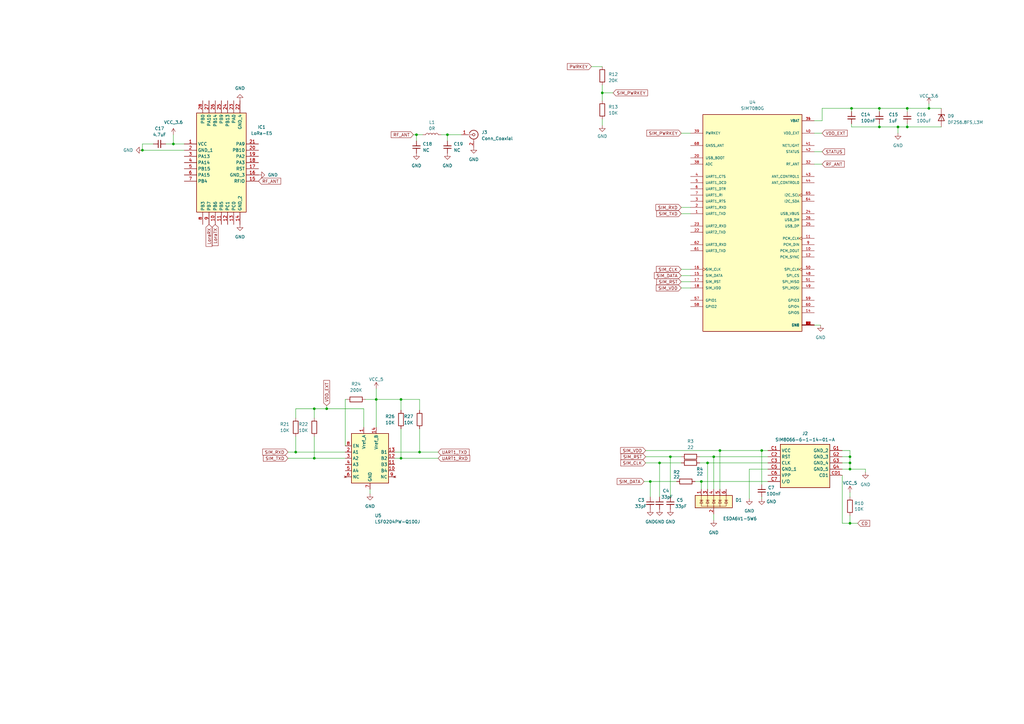
<source format=kicad_sch>
(kicad_sch (version 20230121) (generator eeschema)
  (paper "A3")
  (lib_symbols
    (symbol "Connector:Conn_Coaxial" (pin_names (offset 1.016) hide)
      (property "Reference" "J" (at 0.254 3.048 0))
      (property "Value" "Conn_Coaxial" (at 2.921 0 90))
      (symbol "Conn_Coaxial_0_1"
        (arc (start -1.778 -0.508) (mid 0.2311 -1.8066) (end 1.778 0) (stroke (width 0.254)))
        (polyline (pts (xy -2.54 0) (xy -0.508 0)))
        (polyline (pts (xy 0 -2.54) (xy 0 -1.778)))
        (circle (center 0 0) (radius 0.508) (stroke (width 0.2032)))
        (arc (start 1.778 0) (mid 0.2099 1.8101) (end -1.778 0.508) (stroke (width 0.254)))
      )
      (symbol "Conn_Coaxial_1_1"
        (pin passive line (at -5.08 0 0) (length 2.54) (name "In") (number "1"))
        (pin passive line (at 0 -5.08 90) (length 2.54) (name "Ext") (number "2"))
      )
    )
    (symbol "Device:C_Small" (pin_numbers hide) (pin_names (offset 0.254) hide)
      (property "Reference" "C" (at 0.254 1.778 0))
      (property "Value" "C_Small" (at 0.254 -2.032 0))
      (symbol "C_Small_0_1"
        (polyline (pts (xy -1.524 -0.508) (xy 1.524 -0.508)) (stroke (width 0.3302)))
        (polyline (pts (xy -1.524 0.508) (xy 1.524 0.508)) (stroke (width 0.3048)))
      )
      (symbol "C_Small_1_1"
        (pin passive line (at 0 2.54 270) (length 2.032) (name "~") (number "1"))
        (pin passive line (at 0 -2.54 90) (length 2.032) (name "~") (number "2"))
      )
    )
    (symbol "Device:D_Zener" (pin_numbers hide) (pin_names (offset 1.016) hide)
      (property "Reference" "D" (at 0 2.54 0))
      (property "Value" "D_Zener" (at 0 -2.54 0))
      (symbol "D_Zener_0_1"
        (polyline (pts (xy 1.27 0) (xy -1.27 0)))
        (polyline (pts (xy -1.27 -1.27) (xy -1.27 1.27) (xy -0.762 1.27)) (stroke (width 0.254)))
        (polyline (pts (xy 1.27 -1.27) (xy 1.27 1.27) (xy -1.27 0) (xy 1.27 -1.27)) (stroke (width 0.254)))
      )
      (symbol "D_Zener_1_1"
        (pin passive line (at -3.81 0 0) (length 2.54) (name "K") (number "1"))
        (pin passive line (at 3.81 0 180) (length 2.54) (name "A") (number "2"))
      )
    )
    (symbol "Device:L" (pin_numbers hide) (pin_names (offset 1.016) hide)
      (property "Reference" "L" (at -1.27 0 90))
      (property "Value" "L" (at 1.905 0 90))
      (symbol "L_0_1"
        (arc (start 0 -2.54) (mid 0.6323 -1.905) (end 0 -1.27))
        (arc (start 0 -1.27) (mid 0.6323 -0.635) (end 0 0))
        (arc (start 0 0) (mid 0.6323 0.635) (end 0 1.27))
        (arc (start 0 1.27) (mid 0.6323 1.905) (end 0 2.54))
      )
      (symbol "L_1_1"
        (pin passive line (at 0 3.81 270) (length 1.27) (name "1") (number "1"))
        (pin passive line (at 0 -3.81 90) (length 1.27) (name "2") (number "2"))
      )
    )
    (symbol "Device:R" (pin_numbers hide) (pin_names (offset 0))
      (property "Reference" "R" (at 2.032 0 90))
      (property "Value" "R" (at 0 0 90))
      (symbol "R_0_1"
        (rectangle (start -1.016 -2.54) (end 1.016 2.54) (stroke (width 0.254)))
      )
      (symbol "R_1_1"
        (pin passive line (at 0 3.81 270) (length 1.27) (name "~") (number "1"))
        (pin passive line (at 0 -3.81 90) (length 1.27) (name "~") (number "2"))
      )
    )
    (symbol "ESDA6V1-5SC6_1" (pin_names hide)
      (property "Reference" "D" (at -5.08 -3.81 0))
      (property "Value" "ESDA6V1-5SC6" (at 2.54 -3.81 0))
      (symbol "ESDA6V1-5SC6_1_0_0"
        (pin passive line (at 0 -5.08 90) (length 2.54) (name "GND") (number "2"))
      )
      (symbol "ESDA6V1-5SC6_1_0_1"
        (rectangle (start -7.62 2.54) (end 7.62 -2.54) (stroke (width 0.254)) (fill (type background)))
        (circle (center -2.54 -1.905) (radius 0.127))
        (circle (center 0 -1.905) (radius 0.127))
        (polyline (pts (xy -2.54 2.54) (xy -2.54 -1.905)))
        (polyline (pts (xy 0 2.54) (xy 0 -2.54)))
        (polyline (pts (xy 2.54 2.54) (xy 2.54 -1.905)))
        (polyline (pts (xy -5.715 0.635) (xy -4.445 0.635) (xy -4.445 0.381)))
        (polyline (pts (xy -3.175 0.635) (xy -1.905 0.635) (xy -1.905 0.381)))
        (polyline (pts (xy -0.635 0.635) (xy 0.635 0.635) (xy 0.635 0.381)))
        (polyline (pts (xy 1.905 0.635) (xy 3.175 0.635) (xy 3.175 0.381)))
        (polyline (pts (xy 4.445 0.635) (xy 5.715 0.635) (xy 5.715 0.381)))
        (polyline (pts (xy -5.715 -0.635) (xy -4.445 -0.635) (xy -5.08 0.635) (xy -5.715 -0.635)))
        (polyline (pts (xy -5.08 2.54) (xy -5.08 -1.905) (xy 5.08 -1.905) (xy 5.08 2.54)))
        (polyline (pts (xy -3.175 -0.635) (xy -1.905 -0.635) (xy -2.54 0.635) (xy -3.175 -0.635)))
        (polyline (pts (xy -0.635 -0.635) (xy 0.635 -0.635) (xy 0 0.635) (xy -0.635 -0.635)))
        (polyline (pts (xy 1.905 -0.635) (xy 3.175 -0.635) (xy 2.54 0.635) (xy 1.905 -0.635)))
        (polyline (pts (xy 4.445 -0.635) (xy 5.715 -0.635) (xy 5.08 0.635) (xy 4.445 -0.635)))
        (circle (center 2.54 -1.905) (radius 0.127))
      )
      (symbol "ESDA6V1-5SC6_1_1_1"
        (pin passive line (at -5.08 5.08 270) (length 2.54) (name "IO1") (number "1"))
        (pin passive line (at -2.54 5.08 270) (length 2.54) (name "IO2") (number "3"))
        (pin passive line (at 0 5.08 270) (length 2.54) (name "IO3") (number "4"))
        (pin passive line (at 2.54 5.08 270) (length 2.54) (name "IO4") (number "5"))
        (pin passive line (at 5.08 5.08 270) (length 2.54) (name "IO5") (number "6"))
      )
    )
    (symbol "LSF:LSF0108_PW"
      (property "Reference" "U5" (at 1.9559 -18.415 0))
      (property "Value" "LSF0204PW-Q100J" (at 1.9559 -20.955 0))
      (symbol "LSF0108_PW_0_1"
        (rectangle (start -7.62 15.24) (end 7.62 -5.08) (stroke (width 0.254)) (fill (type background)))
      )
      (symbol "LSF0108_PW_1_1"
        (pin power_in line (at -2.54 17.78 270) (length 2.54) (name "Vref_A") (number "1"))
        (pin bidirectional line (at 10.16 0 180) (length 2.54) (name "B4") (number "10"))
        (pin bidirectional line (at 10.16 2.54 180) (length 2.54) (name "B3") (number "11"))
        (pin bidirectional line (at 10.16 5.08 180) (length 2.54) (name "B2") (number "12"))
        (pin bidirectional line (at 10.16 7.62 180) (length 2.54) (name "B1") (number "13"))
        (pin power_in line (at 2.54 17.78 270) (length 2.54) (name "Vref_B") (number "14"))
        (pin bidirectional line (at -10.16 7.62 0) (length 2.54) (name "A1") (number "2"))
        (pin bidirectional line (at -10.16 5.08 0) (length 2.54) (name "A2") (number "3"))
        (pin bidirectional line (at -10.16 2.54 0) (length 2.54) (name "A3") (number "4"))
        (pin bidirectional line (at -10.16 0 0) (length 2.54) (name "A4") (number "5"))
        (pin no_connect line (at -10.16 -2.54 0) (length 2.54) (name "NC") (number "6"))
        (pin power_in line (at 0 -7.62 90) (length 2.54) (name "GND") (number "7"))
        (pin input line (at -10.16 10.16 0) (length 2.54) (name "EN") (number "8"))
        (pin no_connect line (at 10.16 -2.54 180) (length 2.54) (name "NC") (number "9"))
      )
    )
    (symbol "SIM7080G:SIM7080G" (pin_names (offset 1.016))
      (property "Reference" "U" (at -20.066 44.196 0))
      (property "Value" "SIM7080G" (at -20.066 -46.736 0))
      (symbol "SIM7080G_0_0"
        (rectangle (start -20.32 -45.72) (end 20.32 43.18) (stroke (width 0.254)) (fill (type background)))
        (pin output line (at -25.4 2.54 0) (length 5.08) (name "UART1_TXD") (number "1"))
        (pin output line (at 25.4 -12.7 180) (length 5.08) (name "PCM_DOUT") (number "10"))
        (pin output clock (at 25.4 -7.62 180) (length 5.08) (name "PCM_CLK") (number "11"))
        (pin output line (at 25.4 -15.24 180) (length 5.08) (name "PCM_SYNC") (number "12"))
        (pin power_in line (at 25.4 -43.18 180) (length 5.08) (name "GND") (number "13"))
        (pin bidirectional line (at 25.4 -38.1 180) (length 5.08) (name "GPIO5") (number "14"))
        (pin bidirectional line (at -25.4 -22.86 0) (length 5.08) (name "SIM_DATA") (number "15"))
        (pin output clock (at -25.4 -20.32 0) (length 5.08) (name "SIM_CLK") (number "16"))
        (pin output line (at -25.4 -25.4 0) (length 5.08) (name "SIM_RST") (number "17"))
        (pin output line (at -25.4 -27.94 0) (length 5.08) (name "SIM_VDD") (number "18"))
        (pin power_in line (at 25.4 -43.18 180) (length 5.08) (name "GND") (number "19"))
        (pin input line (at -25.4 5.08 0) (length 5.08) (name "UART1_RXD") (number "2"))
        (pin input line (at -25.4 25.4 0) (length 5.08) (name "USB_BOOT") (number "20"))
        (pin power_in line (at 25.4 -43.18 180) (length 5.08) (name "GND") (number "21"))
        (pin output line (at -25.4 -5.08 0) (length 5.08) (name "UART2_TXD") (number "22"))
        (pin input line (at -25.4 -2.54 0) (length 5.08) (name "UART2_RXD") (number "23"))
        (pin input line (at 25.4 2.54 180) (length 5.08) (name "USB_VBUS") (number "24"))
        (pin bidirectional line (at 25.4 -2.54 180) (length 5.08) (name "USB_DP") (number "25"))
        (pin bidirectional line (at 25.4 0 180) (length 5.08) (name "USB_DM") (number "26"))
        (pin power_in line (at 25.4 -43.18 180) (length 5.08) (name "GND") (number "27"))
        (pin input line (at -25.4 7.62 0) (length 5.08) (name "UART1_RTS") (number "3"))
        (pin power_in line (at 25.4 -43.18 180) (length 5.08) (name "GND") (number "30"))
        (pin power_in line (at 25.4 -43.18 180) (length 5.08) (name "GND") (number "31"))
        (pin bidirectional line (at 25.4 22.86 180) (length 5.08) (name "RF_ANT") (number "32"))
        (pin power_in line (at 25.4 -43.18 180) (length 5.08) (name "GND") (number "33"))
        (pin power_in line (at 25.4 40.64 180) (length 5.08) (name "VBAT") (number "34"))
        (pin power_in line (at 25.4 40.64 180) (length 5.08) (name "VBAT") (number "35"))
        (pin power_in line (at 25.4 -43.18 180) (length 5.08) (name "GND") (number "36"))
        (pin power_in line (at 25.4 -43.18 180) (length 5.08) (name "GND") (number "37"))
        (pin input line (at -25.4 22.86 0) (length 5.08) (name "ADC") (number "38"))
        (pin input line (at -25.4 35.56 0) (length 5.08) (name "PWRKEY") (number "39"))
        (pin output line (at -25.4 17.78 0) (length 5.08) (name "UART1_CTS") (number "4"))
        (pin output line (at 25.4 35.56 180) (length 5.08) (name "VDD_EXT") (number "40"))
        (pin output line (at 25.4 30.48 180) (length 5.08) (name "NETLIGHT") (number "41"))
        (pin output line (at 25.4 27.94 180) (length 5.08) (name "STATUS") (number "42"))
        (pin bidirectional line (at 25.4 17.78 180) (length 5.08) (name "ANT_CONTROL1") (number "43"))
        (pin output line (at 25.4 15.24 180) (length 5.08) (name "ANT_CONTROL0") (number "44"))
        (pin power_in line (at 25.4 -43.18 180) (length 5.08) (name "GND") (number "45"))
        (pin output line (at 25.4 -22.86 180) (length 5.08) (name "SPI_CS") (number "48"))
        (pin output line (at 25.4 -27.94 180) (length 5.08) (name "SPI_MOSI") (number "49"))
        (pin output line (at -25.4 15.24 0) (length 5.08) (name "UART1_DCD") (number "5"))
        (pin output clock (at 25.4 -20.32 180) (length 5.08) (name "SPI_CLK") (number "50"))
        (pin input line (at 25.4 -25.4 180) (length 5.08) (name "SPI_MISO") (number "51"))
        (pin bidirectional line (at -25.4 -33.02 0) (length 5.08) (name "GPIO1") (number "57"))
        (pin bidirectional line (at -25.4 -35.56 0) (length 5.08) (name "GPIO2") (number "58"))
        (pin bidirectional line (at 25.4 -33.02 180) (length 5.08) (name "GPIO3") (number "59"))
        (pin input line (at -25.4 12.7 0) (length 5.08) (name "UART1_DTR") (number "6"))
        (pin bidirectional line (at 25.4 -35.56 180) (length 5.08) (name "GPIO4") (number "60"))
        (pin output line (at -25.4 -12.7 0) (length 5.08) (name "UART3_TXD") (number "61"))
        (pin input line (at -25.4 -10.16 0) (length 5.08) (name "UART3_RXD") (number "62"))
        (pin power_in line (at 25.4 -43.18 180) (length 5.08) (name "GND") (number "63"))
        (pin bidirectional line (at 25.4 7.62 180) (length 5.08) (name "I2C_SDA") (number "64"))
        (pin output clock (at 25.4 10.16 180) (length 5.08) (name "I2C_SCL") (number "65"))
        (pin power_in line (at 25.4 -43.18 180) (length 5.08) (name "GND") (number "66"))
        (pin power_in line (at 25.4 -43.18 180) (length 5.08) (name "GND") (number "67"))
        (pin input line (at -25.4 30.48 0) (length 5.08) (name "GNSS_ANT") (number "68"))
        (pin power_in line (at 25.4 -43.18 180) (length 5.08) (name "GND") (number "69"))
        (pin output line (at -25.4 10.16 0) (length 5.08) (name "UART1_RI") (number "7"))
        (pin power_in line (at 25.4 -43.18 180) (length 5.08) (name "GND") (number "70"))
        (pin power_in line (at 25.4 -43.18 180) (length 5.08) (name "GND") (number "71"))
        (pin power_in line (at 25.4 -43.18 180) (length 5.08) (name "GND") (number "72"))
        (pin power_in line (at 25.4 -43.18 180) (length 5.08) (name "GND") (number "73"))
        (pin power_in line (at 25.4 -43.18 180) (length 5.08) (name "GND") (number "74"))
        (pin power_in line (at 25.4 -43.18 180) (length 5.08) (name "GND") (number "75"))
        (pin power_in line (at 25.4 -43.18 180) (length 5.08) (name "GND") (number "76"))
        (pin power_in line (at 25.4 -43.18 180) (length 5.08) (name "GND") (number "77"))
        (pin power_in line (at 25.4 -43.18 180) (length 5.08) (name "GND") (number "8"))
        (pin input line (at 25.4 -10.16 180) (length 5.08) (name "PCM_DIN") (number "9"))
      )
    )
    (symbol "SIM8066-6-1-14-01-A:SIM8066-6-1-14-01-A"
      (property "Reference" "J" (at 26.67 7.62 0))
      (property "Value" "SIM8066-6-1-14-01-A" (at 26.67 5.08 0))
      (symbol "SIM8066-6-1-14-01-A_1_1"
        (rectangle (start 5.08 2.54) (end 25.4 -15.24) (stroke (width 0.254)) (fill (type background)))
        (pin passive line (at 0 0 0) (length 5.08) (name "VCC") (number "C1"))
        (pin passive line (at 0 -2.54 0) (length 5.08) (name "RST") (number "C2"))
        (pin passive line (at 0 -5.08 0) (length 5.08) (name "CLK") (number "C3"))
        (pin passive line (at 0 -7.62 0) (length 5.08) (name "GND_1") (number "C5"))
        (pin passive line (at 0 -10.16 0) (length 5.08) (name "VPP") (number "C6"))
        (pin passive line (at 0 -12.7 0) (length 5.08) (name "I/O") (number "C7"))
        (pin passive line (at 30.48 -10.16 180) (length 5.08) (name "CD1") (number "CD1"))
        (pin passive line (at 30.48 0 180) (length 5.08) (name "GND_2") (number "G1"))
        (pin passive line (at 30.48 -2.54 180) (length 5.08) (name "GND_3") (number "G2"))
        (pin passive line (at 30.48 -5.08 180) (length 5.08) (name "GND_4") (number "G3"))
        (pin passive line (at 30.48 -7.62 180) (length 5.08) (name "GND_5") (number "G4"))
      )
    )
    (symbol "SamacSys_Parts:LoRa-E5"
      (property "Reference" "IC" (at 26.67 17.78 0))
      (property "Value" "LoRa-E5" (at 26.67 15.24 0))
      (symbol "LoRa-E5_1_1"
        (rectangle (start 5.08 12.7) (end 25.4 -27.94) (stroke (width 0.254)) (fill (type background)))
        (pin passive line (at 0 0 0) (length 5.08) (name "VCC") (number "1"))
        (pin passive line (at 12.7 -33.02 90) (length 5.08) (name "PB6") (number "10"))
        (pin passive line (at 15.24 -33.02 90) (length 5.08) (name "PB5") (number "11"))
        (pin passive line (at 17.78 -33.02 90) (length 5.08) (name "PC1") (number "12"))
        (pin passive line (at 20.32 -33.02 90) (length 5.08) (name "PC0") (number "13"))
        (pin passive line (at 22.86 -33.02 90) (length 5.08) (name "GND_2") (number "14"))
        (pin passive line (at 30.48 -15.24 180) (length 5.08) (name "RFIO") (number "15"))
        (pin passive line (at 30.48 -12.7 180) (length 5.08) (name "GND_3") (number "16"))
        (pin passive line (at 30.48 -10.16 180) (length 5.08) (name "RST") (number "17"))
        (pin passive line (at 30.48 -7.62 180) (length 5.08) (name "PA3") (number "18"))
        (pin passive line (at 30.48 -5.08 180) (length 5.08) (name "PA2") (number "19"))
        (pin passive line (at 0 -2.54 0) (length 5.08) (name "GND_1") (number "2"))
        (pin passive line (at 30.48 -2.54 180) (length 5.08) (name "PB10") (number "20"))
        (pin passive line (at 30.48 0 180) (length 5.08) (name "PA9") (number "21"))
        (pin passive line (at 22.86 17.78 270) (length 5.08) (name "GND_4") (number "22"))
        (pin passive line (at 20.32 17.78 270) (length 5.08) (name "PA0") (number "23"))
        (pin passive line (at 17.78 17.78 270) (length 5.08) (name "PB13") (number "24"))
        (pin passive line (at 15.24 17.78 270) (length 5.08) (name "PB9") (number "25"))
        (pin passive line (at 12.7 17.78 270) (length 5.08) (name "PB14") (number "26"))
        (pin passive line (at 10.16 17.78 270) (length 5.08) (name "PA10") (number "27"))
        (pin passive line (at 7.62 17.78 270) (length 5.08) (name "PB0") (number "28"))
        (pin passive line (at 0 -5.08 0) (length 5.08) (name "PA13") (number "3"))
        (pin passive line (at 0 -7.62 0) (length 5.08) (name "PA14") (number "4"))
        (pin passive line (at 0 -10.16 0) (length 5.08) (name "PB15") (number "5"))
        (pin passive line (at 0 -12.7 0) (length 5.08) (name "PA15") (number "6"))
        (pin passive line (at 0 -15.24 0) (length 5.08) (name "PB4") (number "7"))
        (pin passive line (at 7.62 -33.02 90) (length 5.08) (name "PB3") (number "8"))
        (pin passive line (at 10.16 -33.02 90) (length 5.08) (name "PB7") (number "9"))
      )
    )
    (symbol "VCC_2" (power) (pin_names (offset 0))
      (property "Value" "+5V" (at 0 3.81 0))
      (symbol "VCC_2_0_1"
        (polyline (pts (xy -0.762 1.27) (xy 0 2.54)))
        (polyline (pts (xy 0 0) (xy 0 2.54)))
        (polyline (pts (xy 0 2.54) (xy 0.762 1.27)))
      )
      (symbol "VCC_2_1_1"
        (pin power_in line (at 0 0 90) (length 0) hide (name "VCC_5") (number "2"))
      )
    )
    (symbol "power:GND" (power) (pin_names (offset 0))
      (property "Value" "GND" (at 0 -3.81 0))
      (symbol "GND_0_1"
        (polyline (pts (xy 0 0) (xy 0 -1.27) (xy 1.27 -1.27) (xy 0 -2.54) (xy -1.27 -1.27) (xy 0 -1.27)))
      )
      (symbol "GND_1_1"
        (pin power_in line (at 0 0 270) (length 0) hide (name "GND") (number "1"))
      )
    )
    (symbol "power:VCC" (power) (pin_names (offset 0))
      (property "Value" "+3.6V" (at -3.81 -2.54 90))
      (symbol "VCC_0_1"
        (polyline (pts (xy -0.762 1.27) (xy 0 2.54)))
        (polyline (pts (xy 0 0) (xy 0 2.54)))
        (polyline (pts (xy 0 2.54) (xy 0.762 1.27)))
      )
      (symbol "VCC_1_1"
        (pin power_in line (at 0 0 90) (length 0) hide (name "VCC_3.6") (number "3"))
      )
    )
  )
  (junction (at 348.615 192.405))
  (junction (at 133.985 167.64))
  (junction (at 372.11 52.07))
  (junction (at 348.615 214.63))
  (junction (at 164.465 187.96))
  (junction (at 247.015 38.1))
  (junction (at 121.285 185.42))
  (junction (at 128.905 167.64))
  (junction (at 164.465 163.83))
  (junction (at 71.12 59.055))
  (junction (at 360.68 52.07))
  (junction (at 154.305 163.83))
  (junction (at 292.735 187.325))
  (junction (at 290.195 189.865))
  (junction (at 381 44.45))
  (junction (at 274.955 187.325))
  (junction (at 348.615 187.325))
  (junction (at 183.515 55.245))
  (junction (at 58.42 61.595))
  (junction (at 270.51 189.865))
  (junction (at 266.7 197.485))
  (junction (at 348.615 189.865))
  (junction (at 312.42 184.785))
  (junction (at 172.085 185.42))
  (junction (at 372.11 44.45))
  (junction (at 349.25 44.45))
  (junction (at 368.3 52.07))
  (junction (at 170.815 55.245))
  (junction (at 360.68 44.45))
  (junction (at 295.275 184.785))
  (junction (at 287.655 197.485))
  (junction (at 128.905 187.96))
  (wire (pts (xy 314.96 192.405) (xy 307.34 192.405)))
  (wire (pts (xy 372.11 52.07) (xy 386.08 52.07)))
  (wire (pts (xy 381 42.545) (xy 381 44.45)))
  (wire (pts (xy 345.44 192.405) (xy 348.615 192.405)))
  (wire (pts (xy 121.285 179.07) (xy 121.285 185.42)))
  (wire (pts (xy 242.57 27.305) (xy 247.015 27.305)))
  (wire (pts (xy 279.4 113.03) (xy 283.21 113.03)))
  (wire (pts (xy 172.085 168.275) (xy 172.085 163.83)))
  (wire (pts (xy 279.4 110.49) (xy 283.21 110.49)))
  (wire (pts (xy 118.11 185.42) (xy 121.285 185.42)))
  (wire (pts (xy 290.195 189.865) (xy 314.96 189.865)))
  (wire (pts (xy 307.34 192.405) (xy 307.34 204.47)))
  (wire (pts (xy 58.42 59.055) (xy 62.865 59.055)))
  (wire (pts (xy 172.085 185.42) (xy 179.705 185.42)))
  (wire (pts (xy 121.285 167.64) (xy 128.905 167.64)))
  (wire (pts (xy 161.925 187.96) (xy 164.465 187.96)))
  (wire (pts (xy 264.795 184.785) (xy 295.275 184.785)))
  (wire (pts (xy 348.615 214.63) (xy 345.44 214.63)))
  (wire (pts (xy 279.4 85.09) (xy 283.21 85.09)))
  (wire (pts (xy 270.51 189.865) (xy 279.4 189.865)))
  (wire (pts (xy 270.51 189.865) (xy 270.51 203.835)))
  (wire (pts (xy 247.015 34.925) (xy 247.015 38.1)))
  (wire (pts (xy 133.985 167.64) (xy 149.225 167.64)))
  (wire (pts (xy 372.11 44.45) (xy 381 44.45)))
  (wire (pts (xy 348.615 187.325) (xy 348.615 189.865)))
  (wire (pts (xy 337.185 44.45) (xy 349.25 44.45)))
  (wire (pts (xy 348.615 201.93) (xy 348.615 203.835)))
  (wire (pts (xy 290.195 189.865) (xy 290.195 200.66)))
  (wire (pts (xy 154.305 159.385) (xy 154.305 163.83)))
  (wire (pts (xy 128.905 167.64) (xy 133.985 167.64)))
  (wire (pts (xy 264.795 189.865) (xy 270.51 189.865)))
  (wire (pts (xy 279.4 118.11) (xy 283.21 118.11)))
  (wire (pts (xy 348.615 189.865) (xy 348.615 192.405)))
  (wire (pts (xy 247.015 38.1) (xy 251.46 38.1)))
  (wire (pts (xy 287.02 187.325) (xy 292.735 187.325)))
  (wire (pts (xy 360.68 50.8) (xy 360.68 52.07)))
  (wire (pts (xy 312.42 203.835) (xy 312.42 204.47)))
  (wire (pts (xy 71.12 59.055) (xy 71.12 55.245)))
  (wire (pts (xy 349.25 44.45) (xy 360.68 44.45)))
  (wire (pts (xy 345.44 187.325) (xy 348.615 187.325)))
  (wire (pts (xy 264.795 187.325) (xy 274.955 187.325)))
  (wire (pts (xy 337.185 49.53) (xy 337.185 44.45)))
  (wire (pts (xy 292.735 200.66) (xy 292.735 187.325)))
  (wire (pts (xy 67.945 59.055) (xy 71.12 59.055)))
  (wire (pts (xy 172.085 163.83) (xy 164.465 163.83)))
  (wire (pts (xy 128.905 167.64) (xy 128.905 171.45)))
  (wire (pts (xy 381 44.45) (xy 386.08 44.45)))
  (wire (pts (xy 360.68 44.45) (xy 372.11 44.45)))
  (wire (pts (xy 348.615 184.785) (xy 348.615 187.325)))
  (wire (pts (xy 149.225 175.26) (xy 149.225 167.64)))
  (wire (pts (xy 345.44 214.63) (xy 345.44 194.945)))
  (wire (pts (xy 180.975 55.245) (xy 183.515 55.245)))
  (wire (pts (xy 336.55 133.35) (xy 334.01 133.35)))
  (wire (pts (xy 118.11 187.96) (xy 128.905 187.96)))
  (wire (pts (xy 372.11 50.8) (xy 372.11 52.07)))
  (wire (pts (xy 128.905 179.07) (xy 128.905 187.96)))
  (wire (pts (xy 279.4 54.61) (xy 283.21 54.61)))
  (wire (pts (xy 183.515 55.245) (xy 189.23 55.245)))
  (wire (pts (xy 360.68 52.07) (xy 368.3 52.07)))
  (wire (pts (xy 314.96 197.485) (xy 287.655 197.485)))
  (wire (pts (xy 164.465 175.895) (xy 164.465 187.96)))
  (wire (pts (xy 337.185 67.31) (xy 334.01 67.31)))
  (wire (pts (xy 279.4 87.63) (xy 283.21 87.63)))
  (wire (pts (xy 247.015 38.1) (xy 247.015 41.275)))
  (wire (pts (xy 266.7 197.485) (xy 264.16 197.485)))
  (wire (pts (xy 368.3 52.07) (xy 372.11 52.07)))
  (wire (pts (xy 349.25 50.8) (xy 349.25 52.07)))
  (wire (pts (xy 312.42 184.785) (xy 314.96 184.785)))
  (wire (pts (xy 277.495 197.485) (xy 266.7 197.485)))
  (wire (pts (xy 295.275 184.785) (xy 312.42 184.785)))
  (wire (pts (xy 164.465 187.96) (xy 179.705 187.96)))
  (wire (pts (xy 292.735 187.325) (xy 314.96 187.325)))
  (wire (pts (xy 149.86 163.83) (xy 154.305 163.83)))
  (wire (pts (xy 349.25 52.07) (xy 360.68 52.07)))
  (wire (pts (xy 337.185 54.61) (xy 334.01 54.61)))
  (wire (pts (xy 75.565 59.055) (xy 71.12 59.055)))
  (wire (pts (xy 133.985 166.37) (xy 133.985 167.64)))
  (wire (pts (xy 312.42 184.785) (xy 312.42 198.755)))
  (wire (pts (xy 287.655 197.485) (xy 287.655 200.66)))
  (wire (pts (xy 360.68 44.45) (xy 360.68 45.72)))
  (wire (pts (xy 169.545 55.245) (xy 170.815 55.245)))
  (wire (pts (xy 287.02 189.865) (xy 290.195 189.865)))
  (wire (pts (xy 295.275 184.785) (xy 295.275 200.66)))
  (wire (pts (xy 274.955 187.325) (xy 279.4 187.325)))
  (wire (pts (xy 151.765 200.66) (xy 151.765 202.565)))
  (wire (pts (xy 170.815 55.245) (xy 170.815 57.785)))
  (wire (pts (xy 345.44 184.785) (xy 348.615 184.785)))
  (wire (pts (xy 247.015 48.895) (xy 247.015 51.435)))
  (wire (pts (xy 164.465 163.83) (xy 154.305 163.83)))
  (wire (pts (xy 354.965 192.405) (xy 354.965 193.675)))
  (wire (pts (xy 154.305 163.83) (xy 154.305 175.26)))
  (wire (pts (xy 348.615 211.455) (xy 348.615 214.63)))
  (wire (pts (xy 337.185 62.23) (xy 334.01 62.23)))
  (wire (pts (xy 287.655 197.485) (xy 285.115 197.485)))
  (wire (pts (xy 292.735 210.82) (xy 292.735 213.36)))
  (wire (pts (xy 274.955 187.325) (xy 274.955 203.835)))
  (wire (pts (xy 351.79 214.63) (xy 348.615 214.63)))
  (wire (pts (xy 172.085 175.895) (xy 172.085 185.42)))
  (wire (pts (xy 121.285 171.45) (xy 121.285 167.64)))
  (wire (pts (xy 173.355 55.245) (xy 170.815 55.245)))
  (wire (pts (xy 128.905 187.96) (xy 141.605 187.96)))
  (wire (pts (xy 58.42 61.595) (xy 58.42 59.055)))
  (wire (pts (xy 58.42 61.595) (xy 75.565 61.595)))
  (wire (pts (xy 141.605 163.83) (xy 141.605 182.88)))
  (wire (pts (xy 183.515 55.245) (xy 183.515 57.785)))
  (wire (pts (xy 161.925 185.42) (xy 172.085 185.42)))
  (wire (pts (xy 141.605 163.83) (xy 142.24 163.83)))
  (wire (pts (xy 337.185 49.53) (xy 334.01 49.53)))
  (wire (pts (xy 349.25 44.45) (xy 349.25 45.72)))
  (wire (pts (xy 279.4 115.57) (xy 283.21 115.57)))
  (wire (pts (xy 354.965 192.405) (xy 348.615 192.405)))
  (wire (pts (xy 121.285 185.42) (xy 141.605 185.42)))
  (wire (pts (xy 372.11 44.45) (xy 372.11 45.72)))
  (wire (pts (xy 368.3 52.07) (xy 368.3 54.61)))
  (wire (pts (xy 164.465 168.275) (xy 164.465 163.83)))
  (wire (pts (xy 345.44 189.865) (xy 348.615 189.865)))
  (wire (pts (xy 266.7 197.485) (xy 266.7 203.835)))
  (global_label "SIM_DATA" (shape input) (at 264.16 197.485 180) (property "Intersheetrefs" "${INTERSHEET_REFS}" (effects hide)))
  (global_label "SIM_RXD" (shape input) (at 279.4 85.09 180) (property "Intersheetrefs" "${INTERSHEET_REFS}" (effects hide)))
  (global_label "STATUS" (shape input) (at 337.185 62.23 0) (property "Intersheetrefs" "${INTERSHEET_REFS}" (effects hide)))
  (global_label "SIM_TXD" (shape input) (at 279.4 87.63 180) (property "Intersheetrefs" "${INTERSHEET_REFS}" (effects hide)))
  (global_label "LoraTX" (shape input) (at 88.265 92.075 270) (property "Intersheetrefs" "${INTERSHEET_REFS}" (effects hide)))
  (global_label "RF_ANT" (shape input) (at 337.185 67.31 0) (property "Intersheetrefs" "${INTERSHEET_REFS}" (effects hide)))
  (global_label "RF_ANT" (shape input) (at 106.045 74.295 0) (property "Intersheetrefs" "${INTERSHEET_REFS}" (effects hide)))
  (global_label "SIM_CLK" (shape input) (at 279.4 110.49 180) (property "Intersheetrefs" "${INTERSHEET_REFS}" (effects hide)))
  (global_label "RF_ANT" (shape input) (at 169.545 55.245 180) (property "Intersheetrefs" "${INTERSHEET_REFS}" (effects hide)))
  (global_label "SIM_PWRKEY" (shape input) (at 279.4 54.61 180) (property "Intersheetrefs" "${INTERSHEET_REFS}" (effects hide)))
  (global_label "UART1_TXD" (shape input) (at 179.705 185.42 0) (property "Intersheetrefs" "${INTERSHEET_REFS}" (effects hide)))
  (global_label "SIM_PWRKEY" (shape input) (at 251.46 38.1 0) (property "Intersheetrefs" "${INTERSHEET_REFS}" (effects hide)))
  (global_label "LoraRX" (shape input) (at 85.725 92.075 270) (property "Intersheetrefs" "${INTERSHEET_REFS}" (effects hide)))
  (global_label "VDD_EXT" (shape input) (at 133.985 166.37 90) (property "Intersheetrefs" "${INTERSHEET_REFS}" (effects hide)))
  (global_label "SIM_RXD" (shape input) (at 118.11 185.42 180) (property "Intersheetrefs" "${INTERSHEET_REFS}" (effects hide)))
  (global_label "SIM_DATA" (shape input) (at 279.4 113.03 180) (property "Intersheetrefs" "${INTERSHEET_REFS}" (effects hide)))
  (global_label "CD" (shape input) (at 351.79 214.63 0) (property "Intersheetrefs" "${INTERSHEET_REFS}" (effects hide)))
  (global_label "SIM_RST" (shape input) (at 264.795 187.325 180) (property "Intersheetrefs" "${INTERSHEET_REFS}" (effects hide)))
  (global_label "SIM_RST" (shape input) (at 279.4 115.57 180) (property "Intersheetrefs" "${INTERSHEET_REFS}" (effects hide)))
  (global_label "UART1_RXD" (shape input) (at 179.705 187.96 0) (property "Intersheetrefs" "${INTERSHEET_REFS}" (effects hide)))
  (global_label "SIM_VDD" (shape input) (at 279.4 118.11 180) (property "Intersheetrefs" "${INTERSHEET_REFS}" (effects hide)))
  (global_label "SIM_TXD" (shape input) (at 118.11 187.96 180) (property "Intersheetrefs" "${INTERSHEET_REFS}" (effects hide)))
  (global_label "VDD_EXT" (shape input) (at 337.185 54.61 0) (property "Intersheetrefs" "${INTERSHEET_REFS}" (effects hide)))
  (global_label "SIM_CLK" (shape input) (at 264.795 189.865 180) (property "Intersheetrefs" "${INTERSHEET_REFS}" (effects hide)))
  (global_label "PWRKEY" (shape input) (at 242.57 27.305 180) (property "Intersheetrefs" "${INTERSHEET_REFS}" (effects hide)))
  (global_label "SIM_VDD" (shape input) (at 264.795 184.785 180) (property "Intersheetrefs" "${INTERSHEET_REFS}" (effects hide)))
  (symbol (lib_id "power:VCC") (at 71.12 55.245 0) (unit 1)
    (property "Reference" "#PWR027" (effects hide))
    (property "Value" "+3.6V" (at 71.12 50.165 0))
  )
  (symbol (lib_id "Device:R") (at 121.285 175.26 0) (mirror y) (unit 1)
    (property "Reference" "R21" (at 118.745 173.9899 0) (effects (justify left)))
    (property "Value" "10K" (at 118.745 176.5299 0) (effects (justify left)))
    (property "Footprint" "Resistor_SMD:R_0402_1005Metric" (effects hide))
    (property "Datasheet" "https://www.mouser.dk/datasheet/2/447/PYu_RC_Group_51_RoHS_L_11-1984063.pdf" (effects hide))
    (property "Manufacturer_Name" "YAGEO" (effects hide))
    (property "Manufacturer_Part_Number" "RC0402FR-7W10KL" (effects hide))
    (property "Mouser Price/Stock" "0,001" (effects hide))
  )
  (symbol (lib_id "Device:C_Small") (at 65.405 59.055 90) (unit 1)
    (property "Reference" "C17" (at 65.4113 52.705 90))
    (property "Value" "4.7uF" (at 65.4113 55.245 90))
    (property "Footprint" "Capacitor_SMD:C_0402_1005Metric" (effects hide))
    (property "Datasheet" "https://www.mouser.dk/datasheet/2/281/1/GRM155R70J105KA12_01A-1984187.pdf" (effects hide))
    (property "Manufacturer_Name" "Murata Electronics" (effects hide))
    (property "Manufacturer_Part_Number" "GRM155R70J105KA12D" (effects hide))
    (property "Mouser Price/Stock" "0,113" (effects hide))
    (property "JLCPART #" "C2858031" (effects hide))
  )
  (symbol (lib_id "power:GND") (at 98.425 92.075 0) (unit 1)
    (property "Reference" "#PWR032" (effects hide))
    (property "Value" "GND" (at 98.425 97.155 0))
    (instances (project "Modbus_master" (path "" (reference "#PWR032") (unit 1)) (path "" (reference "#PWR050") (unit 1))))
  )
  (symbol (lib_id "Device:R") (at 164.465 172.085 0) (mirror y) (unit 1)
    (property "Reference" "R26" (at 161.925 170.8149 0) (effects (justify left)))
    (property "Value" "10K" (at 161.925 173.3549 0) (effects (justify left)))
    (property "Footprint" "Resistor_SMD:R_0402_1005Metric" (effects hide))
    (property "Datasheet" "https://www.mouser.dk/datasheet/2/447/PYu_RC_Group_51_RoHS_L_11-1984063.pdf" (effects hide))
    (property "Manufacturer_Name" "YAGEO" (effects hide))
    (property "Manufacturer_Part_Number" "RC0402FR-7W10KL" (effects hide))
    (property "Mouser Price/Stock" "0,001" (effects hide))
  )
  (symbol (lib_name "ESDA6V1-5SC6_1") (lib_id "Power_Protection:ESDA6V1-5SC6") (at 292.735 205.74 0) (unit 1)
    (property "Reference" "D1" (at 301.625 205.105 0) (effects (justify left)))
    (property "Value" "ESDA6V1-5W6" (at 296.545 212.725 0) (effects (justify left)))
    (property "Footprint" "SELF_MADE:SOT323-6L" (effects hide))
    (property "Datasheet" "https://www.mouser.dk/datasheet/2/389/esdaxxxwx-1849182.pdf" (effects hide))
    (property "Manufacturer_Name" "STMicroelectronics" (effects hide))
    (property "Manufacturer_Part_Number" "ESDA6V1-5W6" (effects hide))
    (property "Mouser Price/Stock" "0,545" (effects hide))
    (property "JLCPART #" "C87908" (effects hide))
  )
  (symbol (lib_id "power:GND") (at 183.515 62.865 0) (unit 1)
    (property "Reference" "#PWR052" (effects hide))
    (property "Value" "GND" (at 183.515 67.945 0))
  )
  (symbol (lib_id "power:GND") (at 270.51 208.915 0) (unit 1)
    (property "Reference" "#PWR04" (effects hide))
    (property "Value" "GND" (at 270.51 213.995 0))
  )
  (symbol (lib_id "SIM7080G:SIM7080G") (at 308.61 90.17 0) (unit 1)
    (property "Reference" "U4" (at 308.61 41.91 0))
    (property "Value" "SIM7080G" (at 308.61 44.45 0))
    (property "Footprint" "SIM7080G:XCVR_SIM7080G" (effects hide))
    (property "Datasheet" "https://drive.google.com/file/d/1-UHoSTVD5j3yvv5Yxyj0Qw3VSiNqDAng/view?usp=sharing" (effects hide))
    (property "PARTREV" "1.04" (effects hide))
    (property "STANDARD" "Manufacturer Recommendation" (effects hide))
    (property "MANUFACTURER" "SIMCOM" (effects hide))
    (property "MAXIMUM_PACKAGE_HEIGHT" "2.6 mm" (effects hide))
    (property "Manufacturer_Name" "SIMCOM" (effects hide))
    (property "Manufacturer_Part_Number" "SIM7080G" (effects hide))
    (property "Mouser Price/Stock" "21,79" (effects hide))
  )
  (symbol (lib_id "power:GND") (at 58.42 61.595 270) (unit 1)
    (property "Reference" "#PWR023" (effects hide))
    (property "Value" "GND" (at 54.61 61.595 90) (effects (justify right)))
  )
  (symbol (lib_id "Device:C_Small") (at 274.955 206.375 0) (unit 1)
    (property "Reference" "C5" (at 277.495 205.105 0) (effects (justify left)))
    (property "Value" "33pF" (at 276.86 207.645 0) (effects (justify left)))
    (property "Footprint" "Capacitor_SMD:C_0402_1005Metric" (effects hide))
    (property "Datasheet" "https://www.mouser.dk/datasheet/2/212/KEM_C1003_C0G_SMD-1101588.pdf" (effects hide))
    (property "Manufacturer_Name" "KEMET" (effects hide))
    (property "Manufacturer_Part_Number" "C0402C330J5GAC" (effects hide))
    (property "Mouser Price/Stock" "0,094" (effects hide))
    (property "JLCPART #" "C526997" (effects hide))
  )
  (symbol (lib_id "Device:R") (at 172.085 172.085 0) (mirror y) (unit 1)
    (property "Reference" "R27" (at 169.545 170.8149 0) (effects (justify left)))
    (property "Value" "10K" (at 169.545 173.3549 0) (effects (justify left)))
    (property "Footprint" "Resistor_SMD:R_0402_1005Metric" (effects hide))
    (property "Datasheet" "https://www.mouser.dk/datasheet/2/447/PYu_RC_Group_51_RoHS_L_11-1984063.pdf" (effects hide))
    (property "Manufacturer_Name" "YAGEO" (effects hide))
    (property "Manufacturer_Part_Number" "RC0402FR-7W10KL" (effects hide))
    (property "Mouser Price/Stock" "0,001" (effects hide))
  )
  (symbol (lib_id "Device:C_Small") (at 270.51 206.375 0) (unit 1)
    (property "Reference" "C4" (at 271.78 201.295 0) (effects (justify left)))
    (property "Value" "33pF" (at 271.145 203.835 0) (effects (justify left)))
    (property "Footprint" "Capacitor_SMD:C_0402_1005Metric" (effects hide))
    (property "Datasheet" "https://www.mouser.dk/datasheet/2/212/KEM_C1003_C0G_SMD-1101588.pdf" (effects hide))
    (property "Manufacturer_Name" "KEMET" (effects hide))
    (property "Manufacturer_Part_Number" "C0402C330J5GAC" (effects hide))
    (property "Mouser Price/Stock" "0,094" (effects hide))
    (property "JLCPART #" "C526997" (effects hide))
  )
  (symbol (lib_id "power:GND") (at 151.765 202.565 0) (unit 1)
    (property "Reference" "#PWR040" (effects hide))
    (property "Value" "GND" (at 151.765 207.645 0))
  )
  (symbol (lib_id "LSF:LSF0108_PW") (at 151.765 193.04 0) (unit 1)
    (property "Reference" "U5" (at 153.7209 211.455 0) (effects (justify left)))
    (property "Value" "LSF0204PW-Q100J" (at 153.7209 213.995 0) (effects (justify left)))
    (property "Footprint" "Package_SO:TSSOP-14_4.4x5mm_P0.65mm" (effects hide))
    (property "Datasheet" "https://www.mouser.dk/datasheet/2/916/LSF0204_Q100-1894314.pdf" (effects hide))
    (property "Manufacturer_Name" "Nexperia" (effects hide))
    (property "Manufacturer_Part_Number" "LSF0204PW-Q100J" (effects hide))
    (property "Mouser Price/Stock" "0,818" (effects hide))
  )
  (symbol (lib_id "Device:C_Small") (at 312.42 201.295 0) (unit 1)
    (property "Reference" "C7" (at 314.96 200.025 0) (effects (justify left)))
    (property "Value" "100nF" (at 314.325 202.565 0) (effects (justify left)))
    (property "Footprint" "Capacitor_SMD:C_0402_1005Metric" (effects hide))
    (property "Datasheet" "https://product.tdk.com/system/files/dam/doc/product/capacitor/ceramic/mlcc/catalog/mlcc_commercial_general_en.pdf" (effects hide))
    (property "Manufacturer_Name" "TDK" (effects hide))
    (property "Manufacturer_Part_Number" "C1005X7R1C104K050BC" (effects hide))
    (property "Mouser Price/Stock" "0,094" (effects hide))
    (property "JLCPART #" "C56392" (effects hide))
  )
  (symbol (lib_id "Device:R") (at 283.21 187.325 270) (unit 1)
    (property "Reference" "R3" (at 283.21 180.975 90))
    (property "Value" "22" (at 283.21 183.515 90))
    (property "Footprint" "Resistor_SMD:R_0402_1005Metric" (effects hide))
    (property "Datasheet" "https://www.mouser.dk/datasheet/2/1365/1-3044649.pdf" (effects hide))
    (property "Manufacturer_Name" "Royalohm" (effects hide))
    (property "Manufacturer_Part_Number" "0402WGF220JTCE" (effects hide))
    (property "Mouser Price/Stock" "0,004" (effects hide))
  )
  (symbol (lib_id "power:GND") (at 98.425 41.275 180) (unit 1)
    (property "Reference" "#PWR051" (effects hide))
    (property "Value" "GND" (at 98.425 36.195 0))
    (instances (project "Modbus_master" (path "" (reference "#PWR051") (unit 1)) (path "" (reference "#PWR032") (unit 1))))
  )
  (symbol (lib_id "Device:R") (at 283.21 189.865 270) (unit 1)
    (property "Reference" "R4" (at 287.02 192.405 90))
    (property "Value" "22" (at 287.02 194.31 90))
    (property "Footprint" "Resistor_SMD:R_0402_1005Metric" (effects hide))
    (property "Datasheet" "https://www.mouser.dk/datasheet/2/1365/1-3044649.pdf" (effects hide))
    (property "Manufacturer_Name" "Royalohm" (effects hide))
    (property "Manufacturer_Part_Number" "0402WGF220JTCE" (effects hide))
    (property "Mouser Price/Stock" "0,004" (effects hide))
  )
  (symbol (lib_id "Device:R") (at 281.305 197.485 270) (unit 1)
    (property "Reference" "R2" (at 277.495 193.675 90))
    (property "Value" "22" (at 277.495 195.58 90))
    (property "Footprint" "Resistor_SMD:R_0402_1005Metric" (effects hide))
    (property "Datasheet" "https://www.mouser.dk/datasheet/2/1365/1-3044649.pdf" (effects hide))
    (property "Manufacturer_Name" "Royalohm" (effects hide))
    (property "Manufacturer_Part_Number" "0402WGF220JTCE" (effects hide))
    (property "Mouser Price/Stock" "0,004" (effects hide))
  )
  (symbol (lib_id "power:GND") (at 247.015 51.435 0) (unit 1)
    (property "Reference" "#PWR025" (effects hide))
    (property "Value" "GND" (at 247.015 55.88 0))
  )
  (symbol (lib_id "Device:C_Small") (at 266.7 206.375 0) (unit 1)
    (property "Reference" "C3" (at 261.62 205.105 0) (effects (justify left)))
    (property "Value" "33pF" (at 260.35 207.645 0) (effects (justify left)))
    (property "Footprint" "Capacitor_SMD:C_0402_1005Metric" (effects hide))
    (property "Datasheet" "https://www.mouser.dk/datasheet/2/212/KEM_C1003_C0G_SMD-1101588.pdf" (effects hide))
    (property "Manufacturer_Name" "KEMET" (effects hide))
    (property "Manufacturer_Part_Number" "C0402C330J5GAC" (effects hide))
    (property "Mouser Price/Stock" "0,094" (effects hide))
    (property "JLCPART #" "C526997" (effects hide))
  )
  (symbol (lib_id "SIM8066-6-1-14-01-A:SIM8066-6-1-14-01-A") (at 314.96 184.785 0) (unit 1)
    (property "Reference" "J2" (at 330.2 177.8 0))
    (property "Value" "SIM8066-6-1-14-01-A" (at 330.2 180.34 0))
    (property "Footprint" "SIM8066611401A:SIM8066611401A" (effects hide))
    (property "Datasheet" "https://www.mouser.dk/datasheet/2/837/sim8066-2326668.pdf" (effects hide))
    (property "Height" "1.64" (effects hide))
    (property "Mouser Part Number" "640-SIM8066-611401A" (effects hide))
    (property "Mouser Price/Stock" "1,26" (effects hide))
    (property "Manufacturer_Name" "GCT (GLOBAL CONNECTOR TECHNOLOGY)" (effects hide))
    (property "Manufacturer_Part_Number" "SIM8066-6-1-14-01-A" (effects hide))
  )
  (symbol (lib_id "Device:R") (at 348.615 207.645 0) (unit 1)
    (property "Reference" "R10" (at 350.393 206.4766 0) (effects (justify left)))
    (property "Value" "10K" (at 350.393 208.788 0) (effects (justify left)))
    (property "Footprint" "Resistor_SMD:R_0402_1005Metric" (effects hide))
    (property "Datasheet" "https://www.mouser.dk/datasheet/2/447/PYu_RC_Group_51_RoHS_L_11-1984063.pdf" (effects hide))
    (property "Manufacturer_Name" "YAGEO" (effects hide))
    (property "Manufacturer_Part_Number" "RC0402FR-7W10KL" (effects hide))
    (property "Mouser Price/Stock" "0,001" (effects hide))
  )
  (symbol (lib_id "Device:L") (at 177.165 55.245 90) (unit 1)
    (property "Reference" "L1" (at 177.165 50.165 90))
    (property "Value" "0R" (at 177.165 52.705 90))
    (property "Footprint" "Resistor_SMD:R_0402_1005Metric" (effects hide))
    (property "JLCPART #" "C881335" (effects hide))
  )
  (symbol (lib_id "power:GND") (at 307.34 204.47 0) (unit 1)
    (property "Reference" "#PWR012" (effects hide))
    (property "Value" "GND" (at 307.34 209.55 0))
  )
  (symbol (lib_id "SamacSys_Parts:LoRa-E5") (at 75.565 59.055 0) (unit 1)
    (property "Reference" "IC1" (at 107.315 52.1269 0))
    (property "Value" "LoRa-E5" (at 107.315 54.6669 0))
    (property "Footprint" "SamacSys_Parts:LoRaE5" (effects hide))
    (property "Datasheet" "https://no.mouser.com/datasheet/2/744/LoRa_E5_module_datasheet_V1_0-2488126.pdf" (effects hide))
    (property "Height" "2.5" (effects hide))
    (property "Manufacturer_Name" "Seeed Studio" (effects hide))
    (property "Manufacturer_Part_Number" "LoRa-E5" (effects hide))
  )
  (symbol (lib_id "power:GND") (at 194.31 60.325 0) (unit 1)
    (property "Reference" "#PWR022" (effects hide))
    (property "Value" "GND" (at 194.31 65.405 0))
    (instances (project "Modbus_master" (path "" (reference "#PWR022") (unit 1)) (path "" (reference "#PWR053") (unit 1))))
  )
  (symbol (lib_id "Device:R") (at 146.05 163.83 90) (mirror x) (unit 1)
    (property "Reference" "R24" (at 146.05 157.48 90))
    (property "Value" "200K" (at 146.05 160.02 90))
    (property "Footprint" "Resistor_SMD:R_0402_1005Metric" (effects hide))
    (property "Datasheet" "https://www.mouser.dk/datasheet/2/1365/1-3044649.pdf" (effects hide))
    (property "Manufacturer_Name" "Royalohm" (effects hide))
    (property "Manufacturer_Part_Number" "0402WGF2003TCE" (effects hide))
    (property "Mouser Price/Stock" "0,004" (effects hide))
  )
  (symbol (lib_id "Connector:Conn_Coaxial") (at 194.31 55.245 0) (unit 1)
    (property "Reference" "J3" (at 197.485 54.2681 0) (effects (justify left)))
    (property "Value" "Conn_Coaxial" (at 197.485 56.8081 0) (effects (justify left)))
    (property "Footprint" "Connector_Coaxial:U.FL_Hirose_U.FL-R-SMT-1_Vertical" (effects hide))
    (property "Datasheet" "https://www.mouser.dk/datasheet/2/185/HIROS08829_1-2549389.pdf" (effects hide))
    (property "Manufacturer_Name" "Hirose Connector" (effects hide))
    (property "Manufacturer_Part_Number" "U.FL-R-SMT-1(10)" (effects hide))
    (property "Mouser Price/Stock" "1,18" (effects hide))
  )
  (symbol (lib_id "power:GND") (at 292.735 213.36 0) (unit 1)
    (property "Reference" "#PWR08" (effects hide))
    (property "Value" "GND" (at 292.735 218.44 0))
  )
  (symbol (lib_name "VCC_2") (lib_id "power:VCC") (at 154.305 159.385 0) (unit 1)
    (property "Reference" "#PWR041" (effects hide))
    (property "Value" "+5V" (at 154.305 155.575 0))
  )
  (symbol (lib_id "Device:R") (at 128.905 175.26 0) (mirror y) (unit 1)
    (property "Reference" "R22" (at 126.365 173.9899 0) (effects (justify left)))
    (property "Value" "10K" (at 126.365 176.5299 0) (effects (justify left)))
    (property "Footprint" "Resistor_SMD:R_0402_1005Metric" (effects hide))
    (property "Datasheet" "https://www.mouser.dk/datasheet/2/447/PYu_RC_Group_51_RoHS_L_11-1984063.pdf" (effects hide))
    (property "Manufacturer_Name" "YAGEO" (effects hide))
    (property "Manufacturer_Part_Number" "RC0402FR-7W10KL" (effects hide))
    (property "Mouser Price/Stock" "0,001" (effects hide))
  )
  (symbol (lib_id "power:GND") (at 336.55 133.35 0) (unit 1)
    (property "Reference" "#PWR031" (effects hide))
    (property "Value" "GND" (at 336.55 138.43 0))
  )
  (symbol (lib_id "power:VCC") (at 381 42.545 0) (unit 1)
    (property "Reference" "#PWR038" (effects hide))
    (property "Value" "+3.6V" (at 381 39.37 0))
  )
  (symbol (lib_id "power:GND") (at 274.955 208.915 0) (unit 1)
    (property "Reference" "#PWR06" (effects hide))
    (property "Value" "GND" (at 274.955 213.995 0))
  )
  (symbol (lib_id "Device:C_Small") (at 183.515 60.325 180) (unit 1)
    (property "Reference" "C19" (at 186.055 59.0486 0) (effects (justify right)))
    (property "Value" "NC" (at 186.055 61.5886 0) (effects (justify right)))
    (property "Footprint" "Capacitor_SMD:C_0402_1005Metric" (effects hide))
    (property "Datasheet" "https://www.mouser.dk/datasheet/2/281/1/GRM155R70J105KA12_01A-1984187.pdf" (effects hide))
    (property "Manufacturer_Name" "Murata Electronics" (effects hide))
    (property "Manufacturer_Part_Number" "GRM155R70J105KA12D" (effects hide))
    (property "Mouser Price/Stock" "0,113" (effects hide))
  )
  (symbol (lib_id "Device:D_Zener") (at 386.08 48.26 270) (unit 1)
    (property "Reference" "D9" (at 388.62 47.625 90) (effects (justify left)))
    (property "Value" "DF2S6.8FS,L3M" (at 388.62 50.165 90) (effects (justify left)))
    (property "Footprint" "Diode_SMD:D_SOD-923" (effects hide))
    (property "Datasheet" "https://www.mouser.dk/datasheet/2/408/DF2S6_8FS_datasheet_en_20211216-1916398.pdf" (effects hide))
    (property "Manufacturer_Name" "Toshiba" (effects hide))
    (property "Manufacturer_Part_Number" "DF2S6.8FS,L3M" (effects hide))
    (property "Mouser Price/Stock" "0,263" (effects hide))
    (instances (project "Modbus_master" (path "" (reference "D9") (unit 1)) (path "" (reference "D8") (unit 1))))
  )
  (symbol (lib_id "power:GND") (at 312.42 204.47 0) (unit 1)
    (property "Reference" "#PWR013" (effects hide))
    (property "Value" "GND" (at 314.325 205.7399 0) (effects (justify left)))
  )
  (symbol (lib_id "Device:C_Small") (at 170.815 60.325 180) (unit 1)
    (property "Reference" "C18" (at 173.355 59.0486 0) (effects (justify right)))
    (property "Value" "NC" (at 173.355 61.5886 0) (effects (justify right)))
    (property "Footprint" "Capacitor_SMD:C_0402_1005Metric" (effects hide))
    (property "Datasheet" "https://www.mouser.dk/datasheet/2/281/1/GRM155R70J105KA12_01A-1984187.pdf" (effects hide))
    (property "Manufacturer_Name" "Murata Electronics" (effects hide))
    (property "Manufacturer_Part_Number" "GRM155R70J105KA12D" (effects hide))
    (property "Mouser Price/Stock" "0,113" (effects hide))
  )
  (symbol (lib_id "Device:C_Small") (at 360.68 48.26 0) (unit 1)
    (property "Reference" "C15" (at 364.49 46.9899 0) (effects (justify left)))
    (property "Value" "1uF" (at 364.49 49.5299 0) (effects (justify left)))
    (property "Footprint" "Capacitor_SMD:C_0402_1005Metric" (effects hide))
    (property "Datasheet" "https://www.mouser.dk/datasheet/2/281/1/GRM155R70J105KA12_01A-1984187.pdf" (effects hide))
    (property "Manufacturer_Name" "Murata Electronics" (effects hide))
    (property "Manufacturer_Part_Number" "GRM155R70J105KA12D" (effects hide))
    (property "Mouser Price/Stock" "0,113" (effects hide))
    (property "JLCPART #" "C326568" (effects hide))
  )
  (symbol (lib_id "power:GND") (at 170.815 62.865 0) (unit 1)
    (property "Reference" "#PWR053" (effects hide))
    (property "Value" "GND" (at 170.815 67.945 0))
    (instances (project "Modbus_master" (path "" (reference "#PWR053") (unit 1)) (path "" (reference "#PWR022") (unit 1))))
  )
  (symbol (lib_id "Device:R") (at 247.015 45.085 0) (unit 1)
    (property "Reference" "R13" (at 249.555 43.8149 0) (effects (justify left)))
    (property "Value" "10K" (at 249.555 46.3549 0) (effects (justify left)))
    (property "Footprint" "Resistor_SMD:R_0402_1005Metric" (effects hide))
    (property "Datasheet" "https://www.mouser.dk/datasheet/2/447/PYu_RC_Group_51_RoHS_L_11-1984063.pdf" (effects hide))
    (property "Manufacturer_Name" "YAGEO" (effects hide))
    (property "Manufacturer_Part_Number" "RC0402FR-7W10KL" (effects hide))
    (property "Mouser Price/Stock" "0,001" (effects hide))
  )
  (symbol (lib_id "Device:R") (at 247.015 31.115 0) (unit 1)
    (property "Reference" "R12" (at 249.555 30.48 0) (effects (justify left)))
    (property "Value" "20K" (at 249.555 33.02 0) (effects (justify left)))
    (property "Footprint" "Resistor_SMD:R_0402_1005Metric" (effects hide))
    (property "Datasheet" "https://www.mouser.dk/datasheet/2/1365/1-3044649.pdf" (effects hide))
    (property "Manufacturer_Name" "Royalohm" (effects hide))
    (property "Manufacturer_Part_Number" "0402WGF2002TCE" (effects hide))
    (property "Mouser Price/Stock" "0,004" (effects hide))
  )
  (symbol (lib_name "VCC_2") (lib_id "power:VCC") (at 348.615 201.93 0) (unit 1)
    (property "Reference" "#PWR019" (effects hide))
    (property "Value" "+5V" (at 348.615 198.12 0))
  )
  (symbol (lib_id "power:GND") (at 368.3 54.61 0) (unit 1)
    (property "Reference" "#PWR037" (effects hide))
    (property "Value" "GND" (at 368.3 59.69 0))
  )
  (symbol (lib_id "power:GND") (at 266.7 208.915 0) (unit 1)
    (property "Reference" "#PWR03" (effects hide))
    (property "Value" "GND" (at 266.7 213.995 0))
  )
  (symbol (lib_id "Device:C_Small") (at 349.25 48.26 0) (unit 1)
    (property "Reference" "C14" (at 353.06 46.9899 0) (effects (justify left)))
    (property "Value" "100nF" (at 353.06 49.5299 0) (effects (justify left)))
    (property "Footprint" "Capacitor_SMD:C_0402_1005Metric" (effects hide))
    (property "Datasheet" "https://product.tdk.com/system/files/dam/doc/product/capacitor/ceramic/mlcc/catalog/mlcc_commercial_general_en.pdf" (effects hide))
    (property "Manufacturer_Name" "TDK" (effects hide))
    (property "Manufacturer_Part_Number" "C1005X7R1C104K050BC" (effects hide))
    (property "Mouser Price/Stock" "0,094" (effects hide))
    (property "JLCPART #" "C56392" (effects hide))
  )
  (symbol (lib_id "power:GND") (at 354.965 193.675 0) (unit 1)
    (property "Reference" "#PWR020" (effects hide))
    (property "Value" "GND" (at 354.965 198.755 0))
  )
  (symbol (lib_id "power:GND") (at 106.045 71.755 90) (unit 1)
    (property "Reference" "#PWR050" (effects hide))
    (property "Value" "GND" (at 109.855 71.755 90) (effects (justify right)))
    (instances (project "Modbus_master" (path "" (reference "#PWR050") (unit 1)) (path "" (reference "#PWR051") (unit 1))))
  )
  (symbol (lib_id "Device:C_Small") (at 372.11 48.26 0) (unit 1)
    (property "Reference" "C16" (at 375.92 46.9899 0) (effects (justify left)))
    (property "Value" "100uF" (at 375.92 49.5299 0) (effects (justify left)))
    (property "Footprint" "Capacitor_SMD:C_1206_3216Metric" (effects hide))
    (property "Datasheet" "https://www.mouser.dk/datasheet/2/585/MLCC-1837944.pdf" (effects hide))
    (property "Manufacturer_Name" "Samsung Electro-Mechanics" (effects hide))
    (property "Manufacturer_Part_Number" "CL31A107MQHNNWE" (effects hide))
    (property "Mouser Price/Stock" "0,893" (effects hide))
    (property "JLCPART #" "C76661" (effects hide))
  )
)
</source>
